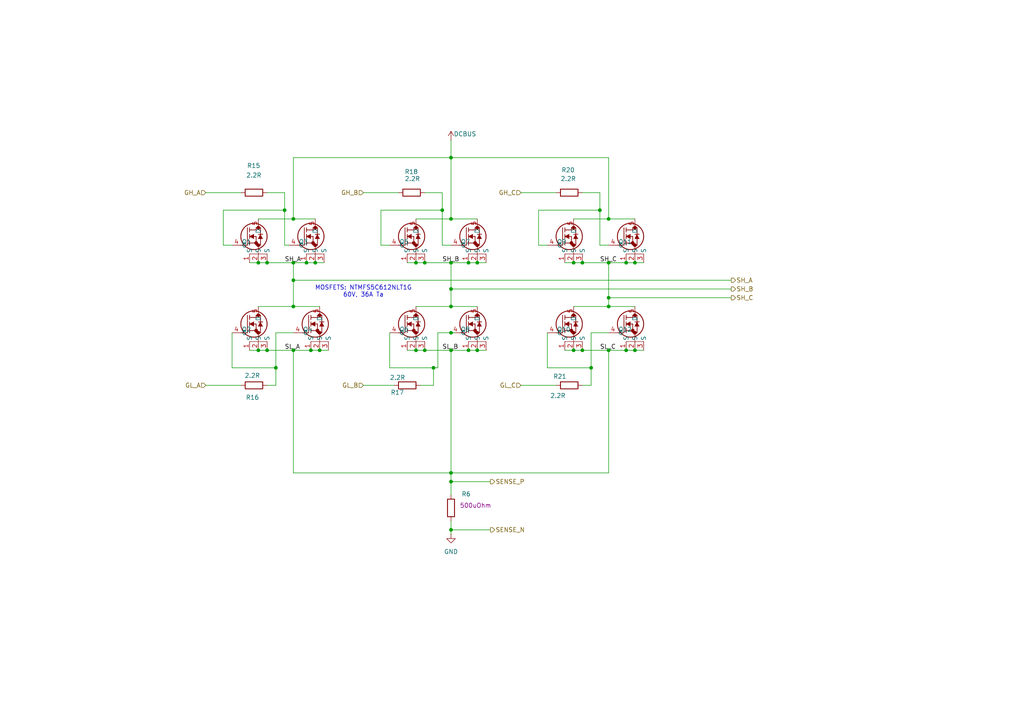
<source format=kicad_sch>
(kicad_sch (version 20231120) (generator "eeschema") (generator_version "8.0")
  (paper "A4")
  (junction (at 74.93 76.2))
  (junction (at 130.81 83.82))
  (junction (at 181.61 76.2))
  (junction (at 85.09 88.9))
  (junction (at 77.47 101.6))
  (junction (at 135.89 76.2))
  (junction (at 128.27 60.96))
  (junction (at 85.09 81.28))
  (junction (at 130.81 139.7))
  (junction (at 85.09 76.2))
  (junction (at 130.81 63.5))
  (junction (at 85.09 63.5))
  (junction (at 138.43 101.6))
  (junction (at 166.37 76.2))
  (junction (at 173.99 60.96))
  (junction (at 80.01 106.68))
  (junction (at 85.09 101.6))
  (junction (at 123.19 76.2))
  (junction (at 74.93 101.6))
  (junction (at 176.53 76.2))
  (junction (at 135.89 101.6))
  (junction (at 130.81 153.67))
  (junction (at 184.15 76.2))
  (junction (at 130.81 45.72))
  (junction (at 77.47 76.2))
  (junction (at 91.44 76.2))
  (junction (at 171.45 106.68))
  (junction (at 130.81 137.16))
  (junction (at 138.43 76.2))
  (junction (at 176.53 86.36))
  (junction (at 82.55 60.96))
  (junction (at 125.73 106.68))
  (junction (at 120.65 76.2))
  (junction (at 166.37 101.6))
  (junction (at 184.15 101.6))
  (junction (at 176.53 101.6))
  (junction (at 90.17 101.6))
  (junction (at 130.81 101.6))
  (junction (at 168.91 76.2))
  (junction (at 130.81 76.2))
  (junction (at 168.91 101.6))
  (junction (at 88.9 76.2))
  (junction (at 120.65 101.6))
  (junction (at 130.81 96.52))
  (junction (at 181.61 101.6))
  (junction (at 176.53 63.5))
  (junction (at 92.71 101.6))
  (junction (at 130.81 88.9))
  (junction (at 176.53 88.9))
  (junction (at 123.19 101.6))
  (wire (pts (xy 176.53 101.6) (xy 176.53 137.16)))
  (wire (pts (xy 130.81 88.9) (xy 138.43 88.9)))
  (wire (pts (xy 130.81 101.6) (xy 130.81 137.16)))
  (wire (pts (xy 83.82 71.12) (xy 82.55 71.12)))
  (wire (pts (xy 130.81 139.7) (xy 130.81 143.51)))
  (wire (pts (xy 90.17 101.6) (xy 92.71 101.6)))
  (wire (pts (xy 125.73 111.76) (xy 125.73 106.68)))
  (wire (pts (xy 130.81 45.72) (xy 176.53 45.72)))
  (wire (pts (xy 118.11 76.2) (xy 120.65 76.2)))
  (wire (pts (xy 130.81 154.94) (xy 130.81 153.67)))
  (wire (pts (xy 128.27 60.96) (xy 110.49 60.96)))
  (wire (pts (xy 91.44 76.2) (xy 93.98 76.2)))
  (wire (pts (xy 74.93 63.5) (xy 85.09 63.5)))
  (wire (pts (xy 176.53 63.5) (xy 184.15 63.5)))
  (wire (pts (xy 120.65 101.6) (xy 123.19 101.6)))
  (wire (pts (xy 130.81 63.5) (xy 138.43 63.5)))
  (wire (pts (xy 88.9 76.2) (xy 91.44 76.2)))
  (wire (pts (xy 168.91 111.76) (xy 171.45 111.76)))
  (wire (pts (xy 128.27 55.88) (xy 128.27 60.96)))
  (wire (pts (xy 168.91 101.6) (xy 176.53 101.6)))
  (wire (pts (xy 72.39 76.2) (xy 74.93 76.2)))
  (wire (pts (xy 130.81 76.2) (xy 135.89 76.2)))
  (wire (pts (xy 166.37 63.5) (xy 176.53 63.5)))
  (wire (pts (xy 77.47 111.76) (xy 80.01 111.76)))
  (wire (pts (xy 176.53 76.2) (xy 181.61 76.2)))
  (wire (pts (xy 67.31 106.68) (xy 80.01 106.68)))
  (wire (pts (xy 67.31 96.52) (xy 67.31 106.68)))
  (wire (pts (xy 130.81 83.82) (xy 130.81 88.9)))
  (wire (pts (xy 173.99 55.88) (xy 173.99 60.96)))
  (wire (pts (xy 173.99 71.12) (xy 173.99 60.96)))
  (wire (pts (xy 138.43 101.6) (xy 140.97 101.6)))
  (wire (pts (xy 85.09 88.9) (xy 92.71 88.9)))
  (wire (pts (xy 151.13 55.88) (xy 161.29 55.88)))
  (wire (pts (xy 156.21 60.96) (xy 156.21 71.12)))
  (wire (pts (xy 166.37 76.2) (xy 168.91 76.2)))
  (wire (pts (xy 85.09 76.2) (xy 85.09 81.28)))
  (wire (pts (xy 80.01 106.68) (xy 80.01 96.52)))
  (wire (pts (xy 105.41 111.76) (xy 114.3 111.76)))
  (wire (pts (xy 110.49 60.96) (xy 110.49 71.12)))
  (wire (pts (xy 130.81 153.67) (xy 130.81 151.13)))
  (wire (pts (xy 82.55 60.96) (xy 64.77 60.96)))
  (wire (pts (xy 85.09 63.5) (xy 91.44 63.5)))
  (wire (pts (xy 176.53 86.36) (xy 212.09 86.36)))
  (wire (pts (xy 74.93 88.9) (xy 85.09 88.9)))
  (wire (pts (xy 184.15 101.6) (xy 186.69 101.6)))
  (wire (pts (xy 130.81 83.82) (xy 212.09 83.82)))
  (wire (pts (xy 176.53 45.72) (xy 176.53 63.5)))
  (wire (pts (xy 181.61 76.2) (xy 184.15 76.2)))
  (wire (pts (xy 82.55 55.88) (xy 82.55 60.96)))
  (wire (pts (xy 138.43 76.2) (xy 140.97 76.2)))
  (wire (pts (xy 85.09 81.28) (xy 212.09 81.28)))
  (wire (pts (xy 113.03 106.68) (xy 125.73 106.68)))
  (wire (pts (xy 130.81 45.72) (xy 130.81 40.64)))
  (wire (pts (xy 120.65 63.5) (xy 130.81 63.5)))
  (wire (pts (xy 130.81 76.2) (xy 130.81 83.82)))
  (wire (pts (xy 74.93 76.2) (xy 77.47 76.2)))
  (wire (pts (xy 113.03 96.52) (xy 113.03 106.68)))
  (wire (pts (xy 92.71 101.6) (xy 95.25 101.6)))
  (wire (pts (xy 181.61 101.6) (xy 184.15 101.6)))
  (wire (pts (xy 77.47 101.6) (xy 85.09 101.6)))
  (wire (pts (xy 163.83 101.6) (xy 166.37 101.6)))
  (wire (pts (xy 130.81 139.7) (xy 142.24 139.7)))
  (wire (pts (xy 171.45 111.76) (xy 171.45 106.68)))
  (wire (pts (xy 176.53 88.9) (xy 184.15 88.9)))
  (wire (pts (xy 118.11 101.6) (xy 120.65 101.6)))
  (wire (pts (xy 120.65 76.2) (xy 123.19 76.2)))
  (wire (pts (xy 123.19 55.88) (xy 128.27 55.88)))
  (wire (pts (xy 85.09 137.16) (xy 130.81 137.16)))
  (wire (pts (xy 80.01 96.52) (xy 85.09 96.52)))
  (wire (pts (xy 82.55 71.12) (xy 82.55 60.96)))
  (wire (pts (xy 121.92 111.76) (xy 125.73 111.76)))
  (wire (pts (xy 130.81 137.16) (xy 176.53 137.16)))
  (wire (pts (xy 168.91 55.88) (xy 173.99 55.88)))
  (wire (pts (xy 127 106.68) (xy 125.73 106.68)))
  (wire (pts (xy 80.01 106.68) (xy 80.01 111.76)))
  (wire (pts (xy 59.69 55.88) (xy 69.85 55.88)))
  (wire (pts (xy 168.91 76.2) (xy 176.53 76.2)))
  (wire (pts (xy 74.93 101.6) (xy 77.47 101.6)))
  (wire (pts (xy 64.77 60.96) (xy 64.77 71.12)))
  (wire (pts (xy 77.47 55.88) (xy 82.55 55.88)))
  (wire (pts (xy 64.77 71.12) (xy 67.31 71.12)))
  (wire (pts (xy 130.81 96.52) (xy 132.08 96.52)))
  (wire (pts (xy 130.81 153.67) (xy 142.24 153.67)))
  (wire (pts (xy 77.47 76.2) (xy 85.09 76.2)))
  (wire (pts (xy 173.99 60.96) (xy 156.21 60.96)))
  (wire (pts (xy 123.19 76.2) (xy 130.81 76.2)))
  (wire (pts (xy 130.81 137.16) (xy 130.81 139.7)))
  (wire (pts (xy 85.09 81.28) (xy 85.09 88.9)))
  (wire (pts (xy 135.89 76.2) (xy 138.43 76.2)))
  (wire (pts (xy 135.89 101.6) (xy 138.43 101.6)))
  (wire (pts (xy 171.45 96.52) (xy 176.53 96.52)))
  (wire (pts (xy 85.09 101.6) (xy 90.17 101.6)))
  (wire (pts (xy 184.15 76.2) (xy 186.69 76.2)))
  (wire (pts (xy 158.75 96.52) (xy 158.75 106.68)))
  (wire (pts (xy 130.81 71.12) (xy 128.27 71.12)))
  (wire (pts (xy 85.09 63.5) (xy 85.09 45.72)))
  (wire (pts (xy 128.27 71.12) (xy 128.27 60.96)))
  (wire (pts (xy 123.19 101.6) (xy 130.81 101.6)))
  (wire (pts (xy 130.81 101.6) (xy 135.89 101.6)))
  (wire (pts (xy 127 106.68) (xy 127 96.52)))
  (wire (pts (xy 158.75 106.68) (xy 171.45 106.68)))
  (wire (pts (xy 171.45 106.68) (xy 171.45 96.52)))
  (wire (pts (xy 85.09 101.6) (xy 85.09 137.16)))
  (wire (pts (xy 166.37 88.9) (xy 176.53 88.9)))
  (wire (pts (xy 85.09 45.72) (xy 130.81 45.72)))
  (wire (pts (xy 72.39 101.6) (xy 74.93 101.6)))
  (wire (pts (xy 151.13 111.76) (xy 161.29 111.76)))
  (wire (pts (xy 163.83 76.2) (xy 166.37 76.2)))
  (wire (pts (xy 156.21 71.12) (xy 158.75 71.12)))
  (wire (pts (xy 59.69 111.76) (xy 69.85 111.76)))
  (wire (pts (xy 110.49 71.12) (xy 113.03 71.12)))
  (wire (pts (xy 176.53 76.2) (xy 176.53 86.36)))
  (wire (pts (xy 120.65 88.9) (xy 130.81 88.9)))
  (wire (pts (xy 85.09 76.2) (xy 88.9 76.2)))
  (wire (pts (xy 176.53 71.12) (xy 173.99 71.12)))
  (wire (pts (xy 127 96.52) (xy 130.81 96.52)))
  (wire (pts (xy 166.37 101.6) (xy 168.91 101.6)))
  (wire (pts (xy 176.53 101.6) (xy 181.61 101.6)))
  (wire (pts (xy 105.41 55.88) (xy 115.57 55.88)))
  (wire (pts (xy 176.53 86.36) (xy 176.53 88.9)))
  (wire (pts (xy 130.81 45.72) (xy 130.81 63.5)))
  (text "MOSFETS: NTMFS5C612NLT1G\n60V, 36A Ta" (at 105.41 86.36 0) (effects (font (size 1.27 1.27)) (justify bottom)))
  (label "SL_C" (at 173.99 101.6 0))
  (label "SH_B" (at 128.27 76.2 0))
  (label "SL_A" (at 82.55 101.6 0))
  (label "SL_B" (at 128.27 101.6 0))
  (label "SH_C" (at 173.99 76.2 0))
  (label "SH_A" (at 82.55 76.2 0))
  (hierarchical_label "GL_C" (shape input) (at 151.13 111.76 180))
  (hierarchical_label "GL_B" (shape input) (at 105.41 111.76 180))
  (hierarchical_label "GH_B" (shape input) (at 105.41 55.88 180))
  (hierarchical_label "GL_A" (shape input) (at 59.69 111.76 180))
  (hierarchical_label "SH_A" (shape output) (at 212.09 81.28 0))
  (hierarchical_label "GH_C" (shape input) (at 151.13 55.88 180))
  (hierarchical_label "SH_B" (shape output) (at 212.09 83.82 0))
  (hierarchical_label "SH_C" (shape output) (at 212.09 86.36 0))
  (hierarchical_label "GH_A" (shape input) (at 59.69 55.88 180))
  (hierarchical_label "SENSE_N" (shape output) (at 142.24 153.67 0))
  (hierarchical_label "SENSE_P" (shape output) (at 142.24 139.7 0))
  (symbol (lib_id "2024-07-02_05-47-45:NTMFS5C612NLT1G") (at 67.31 71.12 0) (unit 1)
    (property "Reference" "Q1" (at 70.104 70.866 0) (effects (justify left bottom)))
    (property "Footprint" "DFN_2NLT1G_ONS" (effects (hide yes)))
    (property "Datasheet" "NTMFS5C612NLT1G" (effects (hide yes)))
    (property "Description" "MOSFET N-CH 30V 13A SO8FL" (effects (hide yes)))
    (property "SUPPLIER 1" "Digi-Key" (effects (hide yes)))
    (property "SUPPLIER PART NUMBER 1" "NTMFS4935NT1GOSCT-ND" (effects (hide yes)))
    (property "MANUFACTURER" "ON Semiconductor" (effects (hide yes)))
    (property "ROHS" "RoHS Compliant" (effects (hide yes)))
    (property "CATEGORY" "Discrete Semiconductor Products" (effects (hide yes)))
    (property "STOCK 1" "932" (effects (hide yes)))
    (property "PRICING 1" "1=0.61, 10=0.541, 100=0.4145, 500=0.3277 (USD)" (effects (hide yes)))
    (property "PACKAGING" "Cut Tape (CT)" (effects (hide yes)))
    (property "PART STATUS" "Active" (effects (hide yes)))
    (property "FET TYPE" "N-Channel" (effects (hide yes)))
    (property "TECHNOLOGY" "MOSFET (Metal Oxide)" (effects (hide yes)))
    (property "DRAIN TO SOURCE VOLTAGE (VDSS)" "30V" (effects (hide yes)))
    (property "CURRENT - CONTINUOUS DRAIN (ID) @ 25°C" "13A (Ta), 93A (Tc)" (effects (hide yes)))
    (property "DRIVE VOLTAGE (MAX RDS ON,  MIN RDS ON)" "4.5V, 10V" (effects (hide yes)))
    (property "VGS(TH) (MAX) @ ID" "2.2V @ 250µA" (effects (hide yes)))
    (property "GATE CHARGE (QG) (MAX) @ VGS" "49.4nC @ 10V" (effects (hide yes)))
    (property "INPUT CAPACITANCE (CISS) (MAX) @ VDS" "4850pF @ 15V" (effects (hide yes)))
    (property "VGS (MAX)" "±20V" (effects (hide yes)))
    (property "FET FEATURE" "-" (effects (hide yes)))
    (property "POWER DISSIPATION (MAX)" "930mW (Ta), 48W (Tc)" (effects (hide yes)))
    (property "RDS ON (MAX) @ ID, VGS" "3.2 mOhm @ 30A, 10V" (effects (hide yes)))
    (property "OPERATING TEMPERATURE" "-55°C ~ 150°C (TJ)" (effects (hide yes)))
    (property "MOUNTING TYPE" "Surface Mount" (effects (hide yes)))
    (property "SUPPLIER DEVICE PACKAGE" "5-DFN (5x6) (8-SOFL)" (effects (hide yes)))
    (property "PACKAGE / CASE" "8-PowerTDFN, 5 Leads" (effects (hide yes)))
    (property "COMPONENTLINK1URL" "http://www.onsemi.com/pub_link/Collateral/NTMFS4935N-D.PDF" (effects (hide yes)))
    (property "COMPONENTLINK1DESCRIPTION" "http://www.onsemi.com/pub_link/Collateral/NTMFS4935N-D.PDF" (effects (hide yes)))
    (property "MANUFACTURER PART NUMBER" "NTMFS4935NT1G" (effects (hide yes)))
  )
  (symbol (lib_id "2024-07-02_05-47-45:NTMFS5C612NLT1G") (at 85.09 96.52 0) (unit 1)
    (property "Reference" "Q4" (at 87.884 96.266 0) (effects (justify left bottom)))
    (property "Footprint" "DFN_2NLT1G_ONS" (effects (hide yes)))
    (property "Datasheet" "NTMFS5C612NLT1G" (effects (hide yes)))
    (property "Description" "MOSFET N-CH 30V 13A SO8FL" (effects (hide yes)))
    (property "SUPPLIER 1" "Digi-Key" (effects (hide yes)))
    (property "SUPPLIER PART NUMBER 1" "NTMFS4935NT1GOSCT-ND" (effects (hide yes)))
    (property "MANUFACTURER" "ON Semiconductor" (effects (hide yes)))
    (property "ROHS" "RoHS Compliant" (effects (hide yes)))
    (property "CATEGORY" "Discrete Semiconductor Products" (effects (hide yes)))
    (property "STOCK 1" "932" (effects (hide yes)))
    (property "PRICING 1" "1=0.61, 10=0.541, 100=0.4145, 500=0.3277 (USD)" (effects (hide yes)))
    (property "PACKAGING" "Cut Tape (CT)" (effects (hide yes)))
    (property "PART STATUS" "Active" (effects (hide yes)))
    (property "FET TYPE" "N-Channel" (effects (hide yes)))
    (property "TECHNOLOGY" "MOSFET (Metal Oxide)" (effects (hide yes)))
    (property "DRAIN TO SOURCE VOLTAGE (VDSS)" "30V" (effects (hide yes)))
    (property "CURRENT - CONTINUOUS DRAIN (ID) @ 25°C" "13A (Ta), 93A (Tc)" (effects (hide yes)))
    (property "DRIVE VOLTAGE (MAX RDS ON,  MIN RDS ON)" "4.5V, 10V" (effects (hide yes)))
    (property "VGS(TH) (MAX) @ ID" "2.2V @ 250µA" (effects (hide yes)))
    (property "GATE CHARGE (QG) (MAX) @ VGS" "49.4nC @ 10V" (effects (hide yes)))
    (property "INPUT CAPACITANCE (CISS) (MAX) @ VDS" "4850pF @ 15V" (effects (hide yes)))
    (property "VGS (MAX)" "±20V" (effects (hide yes)))
    (property "FET FEATURE" "-" (effects (hide yes)))
    (property "POWER DISSIPATION (MAX)" "930mW (Ta), 48W (Tc)" (effects (hide yes)))
    (property "RDS ON (MAX) @ ID, VGS" "3.2 mOhm @ 30A, 10V" (effects (hide yes)))
    (property "OPERATING TEMPERATURE" "-55°C ~ 150°C (TJ)" (effects (hide yes)))
    (property "MOUNTING TYPE" "Surface Mount" (effects (hide yes)))
    (property "SUPPLIER DEVICE PACKAGE" "5-DFN (5x6) (8-SOFL)" (effects (hide yes)))
    (property "PACKAGE / CASE" "8-PowerTDFN, 5 Leads" (effects (hide yes)))
    (property "COMPONENTLINK1URL" "http://www.onsemi.com/pub_link/Collateral/NTMFS4935N-D.PDF" (effects (hide yes)))
    (property "COMPONENTLINK1DESCRIPTION" "http://www.onsemi.com/pub_link/Collateral/NTMFS4935N-D.PDF" (effects (hide yes)))
    (property "MANUFACTURER PART NUMBER" "NTMFS4935NT1G" (effects (hide yes)))
    (property "Sim.Device" "NMOS" (effects (hide yes)))
    (property "Sim.Type" "VDMOS" (effects (hide yes)))
    (property "Sim.Pins" "1=D 2=G 3=S" (effects (hide yes)))
  )
  (symbol (lib_id "2024-07-02_05-47-45:NTMFS5C612NLT1G") (at 176.53 71.12 0) (unit 1)
    (property "Reference" "Q11" (at 179.324 70.866 0) (effects (justify left bottom)))
    (property "Footprint" "DFN_2NLT1G_ONS" (effects (hide yes)))
    (property "Datasheet" "NTMFS5C612NLT1G" (effects (hide yes)))
    (property "Description" "MOSFET N-CH 30V 13A SO8FL" (effects (hide yes)))
    (property "SUPPLIER 1" "Digi-Key" (effects (hide yes)))
    (property "SUPPLIER PART NUMBER 1" "NTMFS4935NT1GOSCT-ND" (effects (hide yes)))
    (property "MANUFACTURER" "ON Semiconductor" (effects (hide yes)))
    (property "ROHS" "RoHS Compliant" (effects (hide yes)))
    (property "CATEGORY" "Discrete Semiconductor Products" (effects (hide yes)))
    (property "STOCK 1" "932" (effects (hide yes)))
    (property "PRICING 1" "1=0.61, 10=0.541, 100=0.4145, 500=0.3277 (USD)" (effects (hide yes)))
    (property "PACKAGING" "Cut Tape (CT)" (effects (hide yes)))
    (property "PART STATUS" "Active" (effects (hide yes)))
    (property "FET TYPE" "N-Channel" (effects (hide yes)))
    (property "TECHNOLOGY" "MOSFET (Metal Oxide)" (effects (hide yes)))
    (property "DRAIN TO SOURCE VOLTAGE (VDSS)" "30V" (effects (hide yes)))
    (property "CURRENT - CONTINUOUS DRAIN (ID) @ 25°C" "13A (Ta), 93A (Tc)" (effects (hide yes)))
    (property "DRIVE VOLTAGE (MAX RDS ON,  MIN RDS ON)" "4.5V, 10V" (effects (hide yes)))
    (property "VGS(TH) (MAX) @ ID" "2.2V @ 250µA" (effects (hide yes)))
    (property "GATE CHARGE (QG) (MAX) @ VGS" "49.4nC @ 10V" (effects (hide yes)))
    (property "INPUT CAPACITANCE (CISS) (MAX) @ VDS" "4850pF @ 15V" (effects (hide yes)))
    (property "VGS (MAX)" "±20V" (effects (hide yes)))
    (property "FET FEATURE" "-" (effects (hide yes)))
    (property "POWER DISSIPATION (MAX)" "930mW (Ta), 48W (Tc)" (effects (hide yes)))
    (property "RDS ON (MAX) @ ID, VGS" "3.2 mOhm @ 30A, 10V" (effects (hide yes)))
    (property "OPERATING TEMPERATURE" "-55°C ~ 150°C (TJ)" (effects (hide yes)))
    (property "MOUNTING TYPE" "Surface Mount" (effects (hide yes)))
    (property "SUPPLIER DEVICE PACKAGE" "5-DFN (5x6) (8-SOFL)" (effects (hide yes)))
    (property "PACKAGE / CASE" "8-PowerTDFN, 5 Leads" (effects (hide yes)))
    (property "COMPONENTLINK1URL" "http://www.onsemi.com/pub_link/Collateral/NTMFS4935N-D.PDF" (effects (hide yes)))
    (property "COMPONENTLINK1DESCRIPTION" "http://www.onsemi.com/pub_link/Collateral/NTMFS4935N-D.PDF" (effects (hide yes)))
    (property "MANUFACTURER PART NUMBER" "NTMFS4935NT1G" (effects (hide yes)))
  )
  (symbol (lib_id "Device:R") (at 165.1 111.76 90) (unit 1)
    (property "Reference" "R21" (at 164.338 108.458 90) (effects (justify left bottom)))
    (property "Value" "2.2R" (at 164.084 114.046 90) (effects (justify left bottom)))
    (property "Footprint" "Resistor_SMD:R_0603_1608Metric" (effects (hide yes)))
    (property "Description" "RES SMD 2.2 OHM 1% 1/10W 0603" (effects (hide yes)))
    (property "SUPPLIER 1" "Digi-Key" (effects (hide yes)))
    (property "SUPPLIER PART NUMBER 1" "311-2.2HRCT-ND" (effects (hide yes)))
    (property "MANUFACTURER" "Yageo" (effects (hide yes)))
    (property "MANUFACTURER PART NUMBER" "RC0603FR-072R2L" (effects (hide yes)))
    (property "ROHS" "RoHS Compliant" (effects (hide yes)))
    (property "CATEGORY" "Resistors" (effects (hide yes)))
    (property "STOCK 1" "16531" (effects (hide yes)))
    (property "PRICING 1" "1=0.1, 10=0.02, 25=0.0144, 100=0.0082, 250=0.00624, 500=0.00498, 1000=0.00367, 2500=0.00319 (USD)" (effects (hide yes)))
    (property "PACKAGING" "Cut Tape (CT)" (effects (hide yes)))
    (property "RESISTANCE (OHMS)" "2.2" (effects (hide yes)))
    (property "TOLERANCE" "±1%" (effects (hide yes)))
    (property "POWER (WATTS)" "0.1W, 1/10W" (effects (hide yes)))
    (property "COMPOSITION" "Thick Film" (effects (hide yes)))
    (property "FEATURES" "Moisture Resistant" (effects (hide yes)))
    (property "TEMPERATURE COEFFICIENT" "±200ppm/°C" (effects (hide yes)))
    (property "OPERATING TEMPERATURE" "-55°C ~ 155°C" (effects (hide yes)))
    (property "PACKAGE / CASE" "0603 (1608 Metric)" (effects (hide yes)))
    (property "SUPPLIER DEVICE PACKAGE" "0603" (effects (hide yes)))
    (property "SIZE / DIMENSION" "0.063\" L x 0.031\" W (1.60mm x 0.80mm)" (effects (hide yes)))
    (property "HEIGHT" "0.022\" (0.55mm)" (effects (hide yes)))
    (property "NUMBER OF TERMINATIONS" "2" (effects (hide yes)))
    (property "COMPONENTLINK1URL" "http://www.yageo.com/documents/recent/PYu-RC_Group_51_RoHS_L_04.pdf" (effects (hide yes)))
    (property "COMPONENTLINK1DESCRIPTION" "http://www.yageo.com/documents/recent/PYu-RC_Group_51_RoHS_L_04.pdf" (effects (hide yes)))
  )
  (symbol (lib_id "Device:R") (at 130.81 147.32 0) (unit 1)
    (property "Reference" "R6" (at 133.858 144.018 0) (effects (justify left bottom)))
    (property "Value" "500uOhm" (effects (hide yes)))
    (property "Footprint" "Resistor_SMD:R_2512_6332Metric" (effects (hide yes)))
    (property "Description" "RES SMD 0.0005 OHM 1% 3W 2512" (effects (hide yes)))
    (property "ALTIUM_VALUE" "500uOhm" (at 133.35 147.32 0) (effects (justify left bottom)))
    (property "SUPPLIER 1" "Digi-Key" (effects (hide yes)))
    (property "SUPPLIER PART NUMBER 1" "696-1183-2-ND" (effects (hide yes)))
    (property "MANUFACTURER" "Riedon" (effects (hide yes)))
    (property "ROHS" "RoHS Compliant" (effects (hide yes)))
    (property "CATEGORY" "Resistors" (effects (hide yes)))
    (property "STOCK" "2000" (effects (hide yes)))
    (property "PRICING 1" "2000=0.19817, 6000=0.1937, 10000=0.187, 50000=0.18148 (USD)" (effects (hide yes)))
    (property "PACKAGING" "Tape & Reel (TR)" (effects (hide yes)))
    (property "PART STATUS" "Active" (effects (hide yes)))
    (property "TOLERANCE" "±1%" (effects (hide yes)))
    (property "POWER (WATTS)" "3W" (effects (hide yes)))
    (property "COMPOSITION" "Metal Element" (effects (hide yes)))
    (property "FEATURES" "Current Sense" (effects (hide yes)))
    (property "TEMPERATURE COEFFICIENT" "±100ppm/°C" (effects (hide yes)))
    (property "OPERATING TEMPERATURE" "-55°C ~ 170°C" (effects (hide yes)))
    (property "PACKAGE / CASE" "2512 (6432 Metric)" (effects (hide yes)))
    (property "SUPPLIER DEVICE PACKAGE" "2512" (effects (hide yes)))
    (property "SIZE / DIMENSION" "0.250\" L x 0.118\" W (6.35mm x 3.00mm)" (effects (hide yes)))
    (property "HEIGHT - SEATED (MAX)" "0.057\" (1.45mm)" (effects (hide yes)))
    (property "FAILURE RATE" "-" (effects (hide yes)))
    (property "COMPONENTLINK1URL" "http://riedon.com/media/pdf/CSR.pdf" (effects (hide yes)))
    (property "COMPONENTLINK1DESCRIPTION" "http://riedon.com/media/pdf/CSR.pdf" (effects (hide yes)))
    (property "SUPPLIER 2" "Digi-Key" (effects (hide yes)))
    (property "SUPPLIER PART NUMBER 2" "696-1183-1-ND" (effects (hide yes)))
    (property "PRICING 2" "1=0.69, 10=0.574, 25=0.4916, 50=0.4426, 100=0.3852, 250=0.3442, 500=0.27864, 1000=0.22536 (USD)" (effects (hide yes)))
    (property "MANUFACTURER PART NUMBER" "CSR2512C0R0005F" (effects (hide yes)))
  )
  (symbol (lib_id "Device:R") (at 165.1 55.88 270) (unit 1)
    (property "Reference" "R20" (at 162.814 50.038 90) (effects (justify left bottom)))
    (property "Value" "2.2R" (at 162.56 52.578 90) (effects (justify left bottom)))
    (property "Footprint" "Resistor_SMD:R_0603_1608Metric" (effects (hide yes)))
    (property "Description" "RES SMD 2.2 OHM 1% 1/10W 0603" (effects (hide yes)))
    (property "SUPPLIER 1" "Digi-Key" (effects (hide yes)))
    (property "SUPPLIER PART NUMBER 1" "311-2.2HRCT-ND" (effects (hide yes)))
    (property "MANUFACTURER" "Yageo" (effects (hide yes)))
    (property "MANUFACTURER PART NUMBER" "RC0603FR-072R2L" (effects (hide yes)))
    (property "ROHS" "RoHS Compliant" (effects (hide yes)))
    (property "CATEGORY" "Resistors" (effects (hide yes)))
    (property "STOCK 1" "16531" (effects (hide yes)))
    (property "PRICING 1" "1=0.1, 10=0.02, 25=0.0144, 100=0.0082, 250=0.00624, 500=0.00498, 1000=0.00367, 2500=0.00319 (USD)" (effects (hide yes)))
    (property "PACKAGING" "Cut Tape (CT)" (effects (hide yes)))
    (property "RESISTANCE (OHMS)" "2.2" (effects (hide yes)))
    (property "TOLERANCE" "±1%" (effects (hide yes)))
    (property "POWER (WATTS)" "0.1W, 1/10W" (effects (hide yes)))
    (property "COMPOSITION" "Thick Film" (effects (hide yes)))
    (property "FEATURES" "Moisture Resistant" (effects (hide yes)))
    (property "TEMPERATURE COEFFICIENT" "±200ppm/°C" (effects (hide yes)))
    (property "OPERATING TEMPERATURE" "-55°C ~ 155°C" (effects (hide yes)))
    (property "PACKAGE / CASE" "0603 (1608 Metric)" (effects (hide yes)))
    (property "SUPPLIER DEVICE PACKAGE" "0603" (effects (hide yes)))
    (property "SIZE / DIMENSION" "0.063\" L x 0.031\" W (1.60mm x 0.80mm)" (effects (hide yes)))
    (property "HEIGHT" "0.022\" (0.55mm)" (effects (hide yes)))
    (property "NUMBER OF TERMINATIONS" "2" (effects (hide yes)))
    (property "COMPONENTLINK1URL" "http://www.yageo.com/documents/recent/PYu-RC_Group_51_RoHS_L_04.pdf" (effects (hide yes)))
    (property "COMPONENTLINK1DESCRIPTION" "http://www.yageo.com/documents/recent/PYu-RC_Group_51_RoHS_L_04.pdf" (effects (hide yes)))
  )
  (symbol (lib_id "2024-07-02_05-47-45:NTMFS5C612NLT1G") (at 130.81 96.52 0) (unit 1)
    (property "Reference" "Q8" (at 133.604 96.266 0) (effects (justify left bottom)))
    (property "Footprint" "DFN_2NLT1G_ONS" (effects (hide yes)))
    (property "Datasheet" "NTMFS5C612NLT1G" (effects (hide yes)))
    (property "Description" "MOSFET N-CH 30V 13A SO8FL" (effects (hide yes)))
    (property "SUPPLIER 1" "Digi-Key" (effects (hide yes)))
    (property "SUPPLIER PART NUMBER 1" "NTMFS4935NT1GOSCT-ND" (effects (hide yes)))
    (property "MANUFACTURER" "ON Semiconductor" (effects (hide yes)))
    (property "ROHS" "RoHS Compliant" (effects (hide yes)))
    (property "CATEGORY" "Discrete Semiconductor Products" (effects (hide yes)))
    (property "STOCK 1" "932" (effects (hide yes)))
    (property "PRICING 1" "1=0.61, 10=0.541, 100=0.4145, 500=0.3277 (USD)" (effects (hide yes)))
    (property "PACKAGING" "Cut Tape (CT)" (effects (hide yes)))
    (property "PART STATUS" "Active" (effects (hide yes)))
    (property "FET TYPE" "N-Channel" (effects (hide yes)))
    (property "TECHNOLOGY" "MOSFET (Metal Oxide)" (effects (hide yes)))
    (property "DRAIN TO SOURCE VOLTAGE (VDSS)" "30V" (effects (hide yes)))
    (property "CURRENT - CONTINUOUS DRAIN (ID) @ 25°C" "13A (Ta), 93A (Tc)" (effects (hide yes)))
    (property "DRIVE VOLTAGE (MAX RDS ON,  MIN RDS ON)" "4.5V, 10V" (effects (hide yes)))
    (property "VGS(TH) (MAX) @ ID" "2.2V @ 250µA" (effects (hide yes)))
    (property "GATE CHARGE (QG) (MAX) @ VGS" "49.4nC @ 10V" (effects (hide yes)))
    (property "INPUT CAPACITANCE (CISS) (MAX) @ VDS" "4850pF @ 15V" (effects (hide yes)))
    (property "VGS (MAX)" "±20V" (effects (hide yes)))
    (property "FET FEATURE" "-" (effects (hide yes)))
    (property "POWER DISSIPATION (MAX)" "930mW (Ta), 48W (Tc)" (effects (hide yes)))
    (property "RDS ON (MAX) @ ID, VGS" "3.2 mOhm @ 30A, 10V" (effects (hide yes)))
    (property "OPERATING TEMPERATURE" "-55°C ~ 150°C (TJ)" (effects (hide yes)))
    (property "MOUNTING TYPE" "Surface Mount" (effects (hide yes)))
    (property "SUPPLIER DEVICE PACKAGE" "5-DFN (5x6) (8-SOFL)" (effects (hide yes)))
    (property "PACKAGE / CASE" "8-PowerTDFN, 5 Leads" (effects (hide yes)))
    (property "COMPONENTLINK1URL" "http://www.onsemi.com/pub_link/Collateral/NTMFS4935N-D.PDF" (effects (hide yes)))
    (property "COMPONENTLINK1DESCRIPTION" "http://www.onsemi.com/pub_link/Collateral/NTMFS4935N-D.PDF" (effects (hide yes)))
    (property "MANUFACTURER PART NUMBER" "NTMFS4935NT1G" (effects (hide yes)))
    (property "Sim.Device" "NMOS" (effects (hide yes)))
    (property "Sim.Type" "VDMOS" (effects (hide yes)))
    (property "Sim.Pins" "1=D 2=G 3=S" (effects (hide yes)))
  )
  (symbol (lib_id "Device:R") (at 73.66 55.88 270) (unit 1)
    (property "Reference" "R15" (at 71.628 48.768 90) (effects (justify left bottom)))
    (property "Value" "2.2R" (at 71.374 51.562 90) (effects (justify left bottom)))
    (property "Footprint" "Resistor_SMD:R_0603_1608Metric" (effects (hide yes)))
    (property "Description" "RES SMD 2.2 OHM 1% 1/10W 0603" (effects (hide yes)))
    (property "SUPPLIER 1" "Digi-Key" (effects (hide yes)))
    (property "SUPPLIER PART NUMBER 1" "311-2.2HRCT-ND" (effects (hide yes)))
    (property "MANUFACTURER" "Yageo" (effects (hide yes)))
    (property "MANUFACTURER PART NUMBER" "RC0603FR-072R2L" (effects (hide yes)))
    (property "ROHS" "RoHS Compliant" (effects (hide yes)))
    (property "CATEGORY" "Resistors" (effects (hide yes)))
    (property "STOCK 1" "16531" (effects (hide yes)))
    (property "PRICING 1" "1=0.1, 10=0.02, 25=0.0144, 100=0.0082, 250=0.00624, 500=0.00498, 1000=0.00367, 2500=0.00319 (USD)" (effects (hide yes)))
    (property "PACKAGING" "Cut Tape (CT)" (effects (hide yes)))
    (property "RESISTANCE (OHMS)" "2.2" (effects (hide yes)))
    (property "TOLERANCE" "±1%" (effects (hide yes)))
    (property "POWER (WATTS)" "0.1W, 1/10W" (effects (hide yes)))
    (property "COMPOSITION" "Thick Film" (effects (hide yes)))
    (property "FEATURES" "Moisture Resistant" (effects (hide yes)))
    (property "TEMPERATURE COEFFICIENT" "±200ppm/°C" (effects (hide yes)))
    (property "OPERATING TEMPERATURE" "-55°C ~ 155°C" (effects (hide yes)))
    (property "PACKAGE / CASE" "0603 (1608 Metric)" (effects (hide yes)))
    (property "SUPPLIER DEVICE PACKAGE" "0603" (effects (hide yes)))
    (property "SIZE / DIMENSION" "0.063\" L x 0.031\" W (1.60mm x 0.80mm)" (effects (hide yes)))
    (property "HEIGHT" "0.022\" (0.55mm)" (effects (hide yes)))
    (property "NUMBER OF TERMINATIONS" "2" (effects (hide yes)))
    (property "COMPONENTLINK1URL" "http://www.yageo.com/documents/recent/PYu-RC_Group_51_RoHS_L_04.pdf" (effects (hide yes)))
    (property "COMPONENTLINK1DESCRIPTION" "http://www.yageo.com/documents/recent/PYu-RC_Group_51_RoHS_L_04.pdf" (effects (hide yes)))
  )
  (symbol (lib_id "Device:R") (at 119.38 55.88 270) (unit 1)
    (property "Reference" "R18" (at 117.348 50.546 90) (effects (justify left bottom)))
    (property "Value" "2.2R" (at 117.348 52.578 90) (effects (justify left bottom)))
    (property "Footprint" "Resistor_SMD:R_0603_1608Metric" (effects (hide yes)))
    (property "Description" "RES SMD 2.2 OHM 1% 1/10W 0603" (effects (hide yes)))
    (property "SUPPLIER 1" "Digi-Key" (effects (hide yes)))
    (property "SUPPLIER PART NUMBER 1" "311-2.2HRCT-ND" (effects (hide yes)))
    (property "MANUFACTURER" "Yageo" (effects (hide yes)))
    (property "MANUFACTURER PART NUMBER" "RC0603FR-072R2L" (effects (hide yes)))
    (property "ROHS" "RoHS Compliant" (effects (hide yes)))
    (property "CATEGORY" "Resistors" (effects (hide yes)))
    (property "STOCK 1" "16531" (effects (hide yes)))
    (property "PRICING 1" "1=0.1, 10=0.02, 25=0.0144, 100=0.0082, 250=0.00624, 500=0.00498, 1000=0.00367, 2500=0.00319 (USD)" (effects (hide yes)))
    (property "PACKAGING" "Cut Tape (CT)" (effects (hide yes)))
    (property "RESISTANCE (OHMS)" "2.2" (effects (hide yes)))
    (property "TOLERANCE" "±1%" (effects (hide yes)))
    (property "POWER (WATTS)" "0.1W, 1/10W" (effects (hide yes)))
    (property "COMPOSITION" "Thick Film" (effects (hide yes)))
    (property "FEATURES" "Moisture Resistant" (effects (hide yes)))
    (property "TEMPERATURE COEFFICIENT" "±200ppm/°C" (effects (hide yes)))
    (property "OPERATING TEMPERATURE" "-55°C ~ 155°C" (effects (hide yes)))
    (property "PACKAGE / CASE" "0603 (1608 Metric)" (effects (hide yes)))
    (property "SUPPLIER DEVICE PACKAGE" "0603" (effects (hide yes)))
    (property "SIZE / DIMENSION" "0.063\" L x 0.031\" W (1.60mm x 0.80mm)" (effects (hide yes)))
    (property "HEIGHT" "0.022\" (0.55mm)" (effects (hide yes)))
    (property "NUMBER OF TERMINATIONS" "2" (effects (hide yes)))
    (property "COMPONENTLINK1URL" "http://www.yageo.com/documents/recent/PYu-RC_Group_51_RoHS_L_04.pdf" (effects (hide yes)))
    (property "COMPONENTLINK1DESCRIPTION" "http://www.yageo.com/documents/recent/PYu-RC_Group_51_RoHS_L_04.pdf" (effects (hide yes)))
  )
  (symbol (lib_id "2024-07-02_05-47-45:NTMFS5C612NLT1G") (at 113.03 71.12 0) (unit 1)
    (property "Reference" "Q5" (at 115.824 70.866 0) (effects (justify left bottom)))
    (property "Footprint" "DFN_2NLT1G_ONS" (effects (hide yes)))
    (property "Datasheet" "NTMFS5C612NLT1G" (effects (hide yes)))
    (property "Description" "MOSFET N-CH 30V 13A SO8FL" (effects (hide yes)))
    (property "SUPPLIER 1" "Digi-Key" (effects (hide yes)))
    (property "SUPPLIER PART NUMBER 1" "NTMFS4935NT1GOSCT-ND" (effects (hide yes)))
    (property "MANUFACTURER" "ON Semiconductor" (effects (hide yes)))
    (property "ROHS" "RoHS Compliant" (effects (hide yes)))
    (property "CATEGORY" "Discrete Semiconductor Products" (effects (hide yes)))
    (property "STOCK 1" "932" (effects (hide yes)))
    (property "PRICING 1" "1=0.61, 10=0.541, 100=0.4145, 500=0.3277 (USD)" (effects (hide yes)))
    (property "PACKAGING" "Cut Tape (CT)" (effects (hide yes)))
    (property "PART STATUS" "Active" (effects (hide yes)))
    (property "FET TYPE" "N-Channel" (effects (hide yes)))
    (property "TECHNOLOGY" "MOSFET (Metal Oxide)" (effects (hide yes)))
    (property "DRAIN TO SOURCE VOLTAGE (VDSS)" "30V" (effects (hide yes)))
    (property "CURRENT - CONTINUOUS DRAIN (ID) @ 25°C" "13A (Ta), 93A (Tc)" (effects (hide yes)))
    (property "DRIVE VOLTAGE (MAX RDS ON,  MIN RDS ON)" "4.5V, 10V" (effects (hide yes)))
    (property "VGS(TH) (MAX) @ ID" "2.2V @ 250µA" (effects (hide yes)))
    (property "GATE CHARGE (QG) (MAX) @ VGS" "49.4nC @ 10V" (effects (hide yes)))
    (property "INPUT CAPACITANCE (CISS) (MAX) @ VDS" "4850pF @ 15V" (effects (hide yes)))
    (property "VGS (MAX)" "±20V" (effects (hide yes)))
    (property "FET FEATURE" "-" (effects (hide yes)))
    (property "POWER DISSIPATION (MAX)" "930mW (Ta), 48W (Tc)" (effects (hide yes)))
    (property "RDS ON (MAX) @ ID, VGS" "3.2 mOhm @ 30A, 10V" (effects (hide yes)))
    (property "OPERATING TEMPERATURE" "-55°C ~ 150°C (TJ)" (effects (hide yes)))
    (property "MOUNTING TYPE" "Surface Mount" (effects (hide yes)))
    (property "SUPPLIER DEVICE PACKAGE" "5-DFN (5x6) (8-SOFL)" (effects (hide yes)))
    (property "PACKAGE / CASE" "8-PowerTDFN, 5 Leads" (effects (hide yes)))
    (property "COMPONENTLINK1URL" "http://www.onsemi.com/pub_link/Collateral/NTMFS4935N-D.PDF" (effects (hide yes)))
    (property "COMPONENTLINK1DESCRIPTION" "http://www.onsemi.com/pub_link/Collateral/NTMFS4935N-D.PDF" (effects (hide yes)))
    (property "MANUFACTURER PART NUMBER" "NTMFS4935NT1G" (effects (hide yes)))
  )
  (symbol (lib_id "Device:R") (at 73.66 111.76 90) (unit 1)
    (property "Reference" "R16" (at 75.184 114.554 90) (effects (justify left bottom)))
    (property "Value" "2.2R" (at 75.438 108.204 90) (effects (justify left bottom)))
    (property "Footprint" "Resistor_SMD:R_0603_1608Metric" (effects (hide yes)))
    (property "Description" "RES SMD 2.2 OHM 1% 1/10W 0603" (effects (hide yes)))
    (property "SUPPLIER 1" "Digi-Key" (effects (hide yes)))
    (property "SUPPLIER PART NUMBER 1" "311-2.2HRCT-ND" (effects (hide yes)))
    (property "MANUFACTURER" "Yageo" (effects (hide yes)))
    (property "MANUFACTURER PART NUMBER" "RC0603FR-072R2L" (effects (hide yes)))
    (property "ROHS" "RoHS Compliant" (effects (hide yes)))
    (property "CATEGORY" "Resistors" (effects (hide yes)))
    (property "STOCK 1" "16531" (effects (hide yes)))
    (property "PRICING 1" "1=0.1, 10=0.02, 25=0.0144, 100=0.0082, 250=0.00624, 500=0.00498, 1000=0.00367, 2500=0.00319 (USD)" (effects (hide yes)))
    (property "PACKAGING" "Cut Tape (CT)" (effects (hide yes)))
    (property "RESISTANCE (OHMS)" "2.2" (effects (hide yes)))
    (property "TOLERANCE" "±1%" (effects (hide yes)))
    (property "POWER (WATTS)" "0.1W, 1/10W" (effects (hide yes)))
    (property "COMPOSITION" "Thick Film" (effects (hide yes)))
    (property "FEATURES" "Moisture Resistant" (effects (hide yes)))
    (property "TEMPERATURE COEFFICIENT" "±200ppm/°C" (effects (hide yes)))
    (property "OPERATING TEMPERATURE" "-55°C ~ 155°C" (effects (hide yes)))
    (property "PACKAGE / CASE" "0603 (1608 Metric)" (effects (hide yes)))
    (property "SUPPLIER DEVICE PACKAGE" "0603" (effects (hide yes)))
    (property "SIZE / DIMENSION" "0.063\" L x 0.031\" W (1.60mm x 0.80mm)" (effects (hide yes)))
    (property "HEIGHT" "0.022\" (0.55mm)" (effects (hide yes)))
    (property "NUMBER OF TERMINATIONS" "2" (effects (hide yes)))
    (property "COMPONENTLINK1URL" "http://www.yageo.com/documents/recent/PYu-RC_Group_51_RoHS_L_04.pdf" (effects (hide yes)))
    (property "COMPONENTLINK1DESCRIPTION" "http://www.yageo.com/documents/recent/PYu-RC_Group_51_RoHS_L_04.pdf" (effects (hide yes)))
  )
  (symbol (lib_id "Device:R") (at 118.11 111.76 270) (unit 1)
    (property "Reference" "R17" (at 113.284 114.554 90) (effects (justify left bottom)))
    (property "Value" "2.2R" (at 113.03 110.236 90) (effects (justify left bottom)))
    (property "Footprint" "Resistor_SMD:R_0603_1608Metric" (effects (hide yes)))
    (property "Description" "RES SMD 2.2 OHM 1% 1/10W 0603" (effects (hide yes)))
    (property "SUPPLIER 1" "Digi-Key" (effects (hide yes)))
    (property "SUPPLIER PART NUMBER 1" "311-2.2HRCT-ND" (effects (hide yes)))
    (property "MANUFACTURER" "Yageo" (effects (hide yes)))
    (property "MANUFACTURER PART NUMBER" "RC0603FR-072R2L" (effects (hide yes)))
    (property "ROHS" "RoHS Compliant" (effects (hide yes)))
    (property "CATEGORY" "Resistors" (effects (hide yes)))
    (property "STOCK 1" "16531" (effects (hide yes)))
    (property "PRICING 1" "1=0.1, 10=0.02, 25=0.0144, 100=0.0082, 250=0.00624, 500=0.00498, 1000=0.00367, 2500=0.00319 (USD)" (effects (hide yes)))
    (property "PACKAGING" "Cut Tape (CT)" (effects (hide yes)))
    (property "RESISTANCE (OHMS)" "2.2" (effects (hide yes)))
    (property "TOLERANCE" "±1%" (effects (hide yes)))
    (property "POWER (WATTS)" "0.1W, 1/10W" (effects (hide yes)))
    (property "COMPOSITION" "Thick Film" (effects (hide yes)))
    (property "FEATURES" "Moisture Resistant" (effects (hide yes)))
    (property "TEMPERATURE COEFFICIENT" "±200ppm/°C" (effects (hide yes)))
    (property "OPERATING TEMPERATURE" "-55°C ~ 155°C" (effects (hide yes)))
    (property "PACKAGE / CASE" "0603 (1608 Metric)" (effects (hide yes)))
    (property "SUPPLIER DEVICE PACKAGE" "0603" (effects (hide yes)))
    (property "SIZE / DIMENSION" "0.063\" L x 0.031\" W (1.60mm x 0.80mm)" (effects (hide yes)))
    (property "HEIGHT" "0.022\" (0.55mm)" (effects (hide yes)))
    (property "NUMBER OF TERMINATIONS" "2" (effects (hide yes)))
    (property "COMPONENTLINK1URL" "http://www.yageo.com/documents/recent/PYu-RC_Group_51_RoHS_L_04.pdf" (effects (hide yes)))
    (property "COMPONENTLINK1DESCRIPTION" "http://www.yageo.com/documents/recent/PYu-RC_Group_51_RoHS_L_04.pdf" (effects (hide yes)))
  )
  (symbol (lib_id "power:GND") (at 130.81 154.94 0) (unit 1)
    (property "Reference" "#PWR045" (effects (hide yes)))
    (property "Value" "GND" (at 130.81 160.02 0))
    (property "Description" "Power symbol creates a global label with name \"GND\" , ground" (effects (hide yes)))
  )
  (symbol (lib_id "2024-07-02_05-47-45:NTMFS5C612NLT1G") (at 113.03 96.52 0) (unit 1)
    (property "Reference" "Q6" (at 115.824 96.266 0) (effects (justify left bottom)))
    (property "Footprint" "DFN_2NLT1G_ONS" (effects (hide yes)))
    (property "Datasheet" "NTMFS5C612NLT1G" (effects (hide yes)))
    (property "Description" "MOSFET N-CH 30V 13A SO8FL" (effects (hide yes)))
    (property "SUPPLIER 1" "Digi-Key" (effects (hide yes)))
    (property "SUPPLIER PART NUMBER 1" "NTMFS4935NT1GOSCT-ND" (effects (hide yes)))
    (property "MANUFACTURER" "ON Semiconductor" (effects (hide yes)))
    (property "ROHS" "RoHS Compliant" (effects (hide yes)))
    (property "CATEGORY" "Discrete Semiconductor Products" (effects (hide yes)))
    (property "STOCK 1" "932" (effects (hide yes)))
    (property "PRICING 1" "1=0.61, 10=0.541, 100=0.4145, 500=0.3277 (USD)" (effects (hide yes)))
    (property "PACKAGING" "Cut Tape (CT)" (effects (hide yes)))
    (property "PART STATUS" "Active" (effects (hide yes)))
    (property "FET TYPE" "N-Channel" (effects (hide yes)))
    (property "TECHNOLOGY" "MOSFET (Metal Oxide)" (effects (hide yes)))
    (property "DRAIN TO SOURCE VOLTAGE (VDSS)" "30V" (effects (hide yes)))
    (property "CURRENT - CONTINUOUS DRAIN (ID) @ 25°C" "13A (Ta), 93A (Tc)" (effects (hide yes)))
    (property "DRIVE VOLTAGE (MAX RDS ON,  MIN RDS ON)" "4.5V, 10V" (effects (hide yes)))
    (property "VGS(TH) (MAX) @ ID" "2.2V @ 250µA" (effects (hide yes)))
    (property "GATE CHARGE (QG) (MAX) @ VGS" "49.4nC @ 10V" (effects (hide yes)))
    (property "INPUT CAPACITANCE (CISS) (MAX) @ VDS" "4850pF @ 15V" (effects (hide yes)))
    (property "VGS (MAX)" "±20V" (effects (hide yes)))
    (property "FET FEATURE" "-" (effects (hide yes)))
    (property "POWER DISSIPATION (MAX)" "930mW (Ta), 48W (Tc)" (effects (hide yes)))
    (property "RDS ON (MAX) @ ID, VGS" "3.2 mOhm @ 30A, 10V" (effects (hide yes)))
    (property "OPERATING TEMPERATURE" "-55°C ~ 150°C (TJ)" (effects (hide yes)))
    (property "MOUNTING TYPE" "Surface Mount" (effects (hide yes)))
    (property "SUPPLIER DEVICE PACKAGE" "5-DFN (5x6) (8-SOFL)" (effects (hide yes)))
    (property "PACKAGE / CASE" "8-PowerTDFN, 5 Leads" (effects (hide yes)))
    (property "COMPONENTLINK1URL" "http://www.onsemi.com/pub_link/Collateral/NTMFS4935N-D.PDF" (effects (hide yes)))
    (property "COMPONENTLINK1DESCRIPTION" "http://www.onsemi.com/pub_link/Collateral/NTMFS4935N-D.PDF" (effects (hide yes)))
    (property "MANUFACTURER PART NUMBER" "NTMFS4935NT1G" (effects (hide yes)))
    (property "Sim.Device" "NMOS" (effects (hide yes)))
    (property "Sim.Type" "VDMOS" (effects (hide yes)))
    (property "Sim.Pins" "1=D 2=G 3=S" (effects (hide yes)))
  )
  (symbol (lib_id "2024-07-02_05-47-45:NTMFS5C612NLT1G") (at 158.75 71.12 0) (unit 1)
    (property "Reference" "Q9" (at 161.544 70.866 0) (effects (justify left bottom)))
    (property "Footprint" "DFN_2NLT1G_ONS" (effects (hide yes)))
    (property "Datasheet" "NTMFS5C612NLT1G" (effects (hide yes)))
    (property "Description" "MOSFET N-CH 30V 13A SO8FL" (effects (hide yes)))
    (property "SUPPLIER 1" "Digi-Key" (effects (hide yes)))
    (property "SUPPLIER PART NUMBER 1" "NTMFS4935NT1GOSCT-ND" (effects (hide yes)))
    (property "MANUFACTURER" "ON Semiconductor" (effects (hide yes)))
    (property "ROHS" "RoHS Compliant" (effects (hide yes)))
    (property "CATEGORY" "Discrete Semiconductor Products" (effects (hide yes)))
    (property "STOCK 1" "932" (effects (hide yes)))
    (property "PRICING 1" "1=0.61, 10=0.541, 100=0.4145, 500=0.3277 (USD)" (effects (hide yes)))
    (property "PACKAGING" "Cut Tape (CT)" (effects (hide yes)))
    (property "PART STATUS" "Active" (effects (hide yes)))
    (property "FET TYPE" "N-Channel" (effects (hide yes)))
    (property "TECHNOLOGY" "MOSFET (Metal Oxide)" (effects (hide yes)))
    (property "DRAIN TO SOURCE VOLTAGE (VDSS)" "30V" (effects (hide yes)))
    (property "CURRENT - CONTINUOUS DRAIN (ID) @ 25°C" "13A (Ta), 93A (Tc)" (effects (hide yes)))
    (property "DRIVE VOLTAGE (MAX RDS ON,  MIN RDS ON)" "4.5V, 10V" (effects (hide yes)))
    (property "VGS(TH) (MAX) @ ID" "2.2V @ 250µA" (effects (hide yes)))
    (property "GATE CHARGE (QG) (MAX) @ VGS" "49.4nC @ 10V" (effects (hide yes)))
    (property "INPUT CAPACITANCE (CISS) (MAX) @ VDS" "4850pF @ 15V" (effects (hide yes)))
    (property "VGS (MAX)" "±20V" (effects (hide yes)))
    (property "FET FEATURE" "-" (effects (hide yes)))
    (property "POWER DISSIPATION (MAX)" "930mW (Ta), 48W (Tc)" (effects (hide yes)))
    (property "RDS ON (MAX) @ ID, VGS" "3.2 mOhm @ 30A, 10V" (effects (hide yes)))
    (property "OPERATING TEMPERATURE" "-55°C ~ 150°C (TJ)" (effects (hide yes)))
    (property "MOUNTING TYPE" "Surface Mount" (effects (hide yes)))
    (property "SUPPLIER DEVICE PACKAGE" "5-DFN (5x6) (8-SOFL)" (effects (hide yes)))
    (property "PACKAGE / CASE" "8-PowerTDFN, 5 Leads" (effects (hide yes)))
    (property "COMPONENTLINK1URL" "http://www.onsemi.com/pub_link/Collateral/NTMFS4935N-D.PDF" (effects (hide yes)))
    (property "COMPONENTLINK1DESCRIPTION" "http://www.onsemi.com/pub_link/Collateral/NTMFS4935N-D.PDF" (effects (hide yes)))
    (property "MANUFACTURER PART NUMBER" "NTMFS4935NT1G" (effects (hide yes)))
  )
  (symbol (lib_id "2024-07-02_05-47-45:NTMFS5C612NLT1G") (at 83.82 71.12 0) (unit 1)
    (property "Reference" "Q3" (at 86.614 70.866 0) (effects (justify left bottom)))
    (property "Footprint" "DFN_2NLT1G_ONS" (effects (hide yes)))
    (property "Datasheet" "NTMFS5C612NLT1G" (effects (hide yes)))
    (property "Description" "MOSFET N-CH 30V 13A SO8FL" (effects (hide yes)))
    (property "SUPPLIER 1" "Digi-Key" (effects (hide yes)))
    (property "SUPPLIER PART NUMBER 1" "NTMFS4935NT1GOSCT-ND" (effects (hide yes)))
    (property "MANUFACTURER" "ON Semiconductor" (effects (hide yes)))
    (property "ROHS" "RoHS Compliant" (effects (hide yes)))
    (property "CATEGORY" "Discrete Semiconductor Products" (effects (hide yes)))
    (property "STOCK 1" "932" (effects (hide yes)))
    (property "PRICING 1" "1=0.61, 10=0.541, 100=0.4145, 500=0.3277 (USD)" (effects (hide yes)))
    (property "PACKAGING" "Cut Tape (CT)" (effects (hide yes)))
    (property "PART STATUS" "Active" (effects (hide yes)))
    (property "FET TYPE" "N-Channel" (effects (hide yes)))
    (property "TECHNOLOGY" "MOSFET (Metal Oxide)" (effects (hide yes)))
    (property "DRAIN TO SOURCE VOLTAGE (VDSS)" "30V" (effects (hide yes)))
    (property "CURRENT - CONTINUOUS DRAIN (ID) @ 25°C" "13A (Ta), 93A (Tc)" (effects (hide yes)))
    (property "DRIVE VOLTAGE (MAX RDS ON,  MIN RDS ON)" "4.5V, 10V" (effects (hide yes)))
    (property "VGS(TH) (MAX) @ ID" "2.2V @ 250µA" (effects (hide yes)))
    (property "GATE CHARGE (QG) (MAX) @ VGS" "49.4nC @ 10V" (effects (hide yes)))
    (property "INPUT CAPACITANCE (CISS) (MAX) @ VDS" "4850pF @ 15V" (effects (hide yes)))
    (property "VGS (MAX)" "±20V" (effects (hide yes)))
    (property "FET FEATURE" "-" (effects (hide yes)))
    (property "POWER DISSIPATION (MAX)" "930mW (Ta), 48W (Tc)" (effects (hide yes)))
    (property "RDS ON (MAX) @ ID, VGS" "3.2 mOhm @ 30A, 10V" (effects (hide yes)))
    (property "OPERATING TEMPERATURE" "-55°C ~ 150°C (TJ)" (effects (hide yes)))
    (property "MOUNTING TYPE" "Surface Mount" (effects (hide yes)))
    (property "SUPPLIER DEVICE PACKAGE" "5-DFN (5x6) (8-SOFL)" (effects (hide yes)))
    (property "PACKAGE / CASE" "8-PowerTDFN, 5 Leads" (effects (hide yes)))
    (property "COMPONENTLINK1URL" "http://www.onsemi.com/pub_link/Collateral/NTMFS4935N-D.PDF" (effects (hide yes)))
    (property "COMPONENTLINK1DESCRIPTION" "http://www.onsemi.com/pub_link/Collateral/NTMFS4935N-D.PDF" (effects (hide yes)))
    (property "MANUFACTURER PART NUMBER" "NTMFS4935NT1G" (effects (hide yes)))
  )
  (symbol (lib_id "2024-07-02_05-47-45:NTMFS5C612NLT1G") (at 130.81 71.12 0) (unit 1)
    (property "Reference" "Q7" (at 133.604 70.866 0) (effects (justify left bottom)))
    (property "Footprint" "DFN_2NLT1G_ONS" (effects (hide yes)))
    (property "Datasheet" "NTMFS5C612NLT1G" (effects (hide yes)))
    (property "Description" "MOSFET N-CH 30V 13A SO8FL" (effects (hide yes)))
    (property "SUPPLIER 1" "Digi-Key" (effects (hide yes)))
    (property "SUPPLIER PART NUMBER 1" "NTMFS4935NT1GOSCT-ND" (effects (hide yes)))
    (property "MANUFACTURER" "ON Semiconductor" (effects (hide yes)))
    (property "ROHS" "RoHS Compliant" (effects (hide yes)))
    (property "CATEGORY" "Discrete Semiconductor Products" (effects (hide yes)))
    (property "STOCK 1" "932" (effects (hide yes)))
    (property "PRICING 1" "1=0.61, 10=0.541, 100=0.4145, 500=0.3277 (USD)" (effects (hide yes)))
    (property "PACKAGING" "Cut Tape (CT)" (effects (hide yes)))
    (property "PART STATUS" "Active" (effects (hide yes)))
    (property "FET TYPE" "N-Channel" (effects (hide yes)))
    (property "TECHNOLOGY" "MOSFET (Metal Oxide)" (effects (hide yes)))
    (property "DRAIN TO SOURCE VOLTAGE (VDSS)" "30V" (effects (hide yes)))
    (property "CURRENT - CONTINUOUS DRAIN (ID) @ 25°C" "13A (Ta), 93A (Tc)" (effects (hide yes)))
    (property "DRIVE VOLTAGE (MAX RDS ON,  MIN RDS ON)" "4.5V, 10V" (effects (hide yes)))
    (property "VGS(TH) (MAX) @ ID" "2.2V @ 250µA" (effects (hide yes)))
    (property "GATE CHARGE (QG) (MAX) @ VGS" "49.4nC @ 10V" (effects (hide yes)))
    (property "INPUT CAPACITANCE (CISS) (MAX) @ VDS" "4850pF @ 15V" (effects (hide yes)))
    (property "VGS (MAX)" "±20V" (effects (hide yes)))
    (property "FET FEATURE" "-" (effects (hide yes)))
    (property "POWER DISSIPATION (MAX)" "930mW (Ta), 48W (Tc)" (effects (hide yes)))
    (property "RDS ON (MAX) @ ID, VGS" "3.2 mOhm @ 30A, 10V" (effects (hide yes)))
    (property "OPERATING TEMPERATURE" "-55°C ~ 150°C (TJ)" (effects (hide yes)))
    (property "MOUNTING TYPE" "Surface Mount" (effects (hide yes)))
    (property "SUPPLIER DEVICE PACKAGE" "5-DFN (5x6) (8-SOFL)" (effects (hide yes)))
    (property "PACKAGE / CASE" "8-PowerTDFN, 5 Leads" (effects (hide yes)))
    (property "COMPONENTLINK1URL" "http://www.onsemi.com/pub_link/Collateral/NTMFS4935N-D.PDF" (effects (hide yes)))
    (property "COMPONENTLINK1DESCRIPTION" "http://www.onsemi.com/pub_link/Collateral/NTMFS4935N-D.PDF" (effects (hide yes)))
    (property "MANUFACTURER PART NUMBER" "NTMFS4935NT1G" (effects (hide yes)))
  )
  (symbol (lib_id "power:VCCQ") (at 130.81 40.64 0) (unit 1)
    (property "Reference" "#PWR044" (effects (hide yes)))
    (property "Value" "DCBUS" (at 134.874 38.862 0))
    (property "Description" "Power symbol creates a global label with name \"VCCQ\"" (effects (hide yes)))
  )
  (symbol (lib_id "2024-07-02_05-47-45:NTMFS5C612NLT1G") (at 158.75 96.52 0) (unit 1)
    (property "Reference" "Q10" (at 161.544 96.266 0) (effects (justify left bottom)))
    (property "Footprint" "DFN_2NLT1G_ONS" (effects (hide yes)))
    (property "Datasheet" "NTMFS5C612NLT1G" (effects (hide yes)))
    (property "Description" "MOSFET N-CH 30V 13A SO8FL" (effects (hide yes)))
    (property "SUPPLIER 1" "Digi-Key" (effects (hide yes)))
    (property "SUPPLIER PART NUMBER 1" "NTMFS4935NT1GOSCT-ND" (effects (hide yes)))
    (property "MANUFACTURER" "ON Semiconductor" (effects (hide yes)))
    (property "ROHS" "RoHS Compliant" (effects (hide yes)))
    (property "CATEGORY" "Discrete Semiconductor Products" (effects (hide yes)))
    (property "STOCK 1" "932" (effects (hide yes)))
    (property "PRICING 1" "1=0.61, 10=0.541, 100=0.4145, 500=0.3277 (USD)" (effects (hide yes)))
    (property "PACKAGING" "Cut Tape (CT)" (effects (hide yes)))
    (property "PART STATUS" "Active" (effects (hide yes)))
    (property "FET TYPE" "N-Channel" (effects (hide yes)))
    (property "TECHNOLOGY" "MOSFET (Metal Oxide)" (effects (hide yes)))
    (property "DRAIN TO SOURCE VOLTAGE (VDSS)" "30V" (effects (hide yes)))
    (property "CURRENT - CONTINUOUS DRAIN (ID) @ 25°C" "13A (Ta), 93A (Tc)" (effects (hide yes)))
    (property "DRIVE VOLTAGE (MAX RDS ON,  MIN RDS ON)" "4.5V, 10V" (effects (hide yes)))
    (property "VGS(TH) (MAX) @ ID" "2.2V @ 250µA" (effects (hide yes)))
    (property "GATE CHARGE (QG) (MAX) @ VGS" "49.4nC @ 10V" (effects (hide yes)))
    (property "INPUT CAPACITANCE (CISS) (MAX) @ VDS" "4850pF @ 15V" (effects (hide yes)))
    (property "VGS (MAX)" "±20V" (effects (hide yes)))
    (property "FET FEATURE" "-" (effects (hide yes)))
    (property "POWER DISSIPATION (MAX)" "930mW (Ta), 48W (Tc)" (effects (hide yes)))
    (property "RDS ON (MAX) @ ID, VGS" "3.2 mOhm @ 30A, 10V" (effects (hide yes)))
    (property "OPERATING TEMPERATURE" "-55°C ~ 150°C (TJ)" (effects (hide yes)))
    (property "MOUNTING TYPE" "Surface Mount" (effects (hide yes)))
    (property "SUPPLIER DEVICE PACKAGE" "5-DFN (5x6) (8-SOFL)" (effects (hide yes)))
    (property "PACKAGE / CASE" "8-PowerTDFN, 5 Leads" (effects (hide yes)))
    (property "COMPONENTLINK1URL" "http://www.onsemi.com/pub_link/Collateral/NTMFS4935N-D.PDF" (effects (hide yes)))
    (property "COMPONENTLINK1DESCRIPTION" "http://www.onsemi.com/pub_link/Collateral/NTMFS4935N-D.PDF" (effects (hide yes)))
    (property "MANUFACTURER PART NUMBER" "NTMFS4935NT1G" (effects (hide yes)))
    (property "Sim.Device" "NMOS" (effects (hide yes)))
    (property "Sim.Type" "VDMOS" (effects (hide yes)))
    (property "Sim.Pins" "1=D 2=G 3=S" (effects (hide yes)))
  )
  (symbol (lib_id "2024-07-02_05-47-45:NTMFS5C612NLT1G") (at 67.31 96.52 0) (unit 1)
    (property "Reference" "Q2" (at 70.104 96.266 0) (effects (justify left bottom)))
    (property "Footprint" "DFN_2NLT1G_ONS" (effects (hide yes)))
    (property "Datasheet" "NTMFS5C612NLT1G" (effects (hide yes)))
    (property "Description" "MOSFET N-CH 30V 13A SO8FL" (effects (hide yes)))
    (property "SUPPLIER 1" "Digi-Key" (effects (hide yes)))
    (property "SUPPLIER PART NUMBER 1" "NTMFS4935NT1GOSCT-ND" (effects (hide yes)))
    (property "MANUFACTURER" "ON Semiconductor" (effects (hide yes)))
    (property "ROHS" "RoHS Compliant" (effects (hide yes)))
    (property "CATEGORY" "Discrete Semiconductor Products" (effects (hide yes)))
    (property "STOCK 1" "932" (effects (hide yes)))
    (property "PRICING 1" "1=0.61, 10=0.541, 100=0.4145, 500=0.3277 (USD)" (effects (hide yes)))
    (property "PACKAGING" "Cut Tape (CT)" (effects (hide yes)))
    (property "PART STATUS" "Active" (effects (hide yes)))
    (property "FET TYPE" "N-Channel" (effects (hide yes)))
    (property "TECHNOLOGY" "MOSFET (Metal Oxide)" (effects (hide yes)))
    (property "DRAIN TO SOURCE VOLTAGE (VDSS)" "30V" (effects (hide yes)))
    (property "CURRENT - CONTINUOUS DRAIN (ID) @ 25°C" "13A (Ta), 93A (Tc)" (effects (hide yes)))
    (property "DRIVE VOLTAGE (MAX RDS ON,  MIN RDS ON)" "4.5V, 10V" (effects (hide yes)))
    (property "VGS(TH) (MAX) @ ID" "2.2V @ 250µA" (effects (hide yes)))
    (property "GATE CHARGE (QG) (MAX) @ VGS" "49.4nC @ 10V" (effects (hide yes)))
    (property "INPUT CAPACITANCE (CISS) (MAX) @ VDS" "4850pF @ 15V" (effects (hide yes)))
    (property "VGS (MAX)" "±20V" (effects (hide yes)))
    (property "FET FEATURE" "-" (effects (hide yes)))
    (property "POWER DISSIPATION (MAX)" "930mW (Ta), 48W (Tc)" (effects (hide yes)))
    (property "RDS ON (MAX) @ ID, VGS" "3.2 mOhm @ 30A, 10V" (effects (hide yes)))
    (property "OPERATING TEMPERATURE" "-55°C ~ 150°C (TJ)" (effects (hide yes)))
    (property "MOUNTING TYPE" "Surface Mount" (effects (hide yes)))
    (property "SUPPLIER DEVICE PACKAGE" "5-DFN (5x6) (8-SOFL)" (effects (hide yes)))
    (property "PACKAGE / CASE" "8-PowerTDFN, 5 Leads" (effects (hide yes)))
    (property "COMPONENTLINK1URL" "http://www.onsemi.com/pub_link/Collateral/NTMFS4935N-D.PDF" (effects (hide yes)))
    (property "COMPONENTLINK1DESCRIPTION" "http://www.onsemi.com/pub_link/Collateral/NTMFS4935N-D.PDF" (effects (hide yes)))
    (property "MANUFACTURER PART NUMBER" "NTMFS4935NT1G" (effects (hide yes)))
    (property "Sim.Device" "NMOS" (effects (hide yes)))
    (property "Sim.Type" "VDMOS" (effects (hide yes)))
    (property "Sim.Pins" "`" (effects (hide yes)))
  )
  (symbol (lib_id "2024-07-02_05-47-45:NTMFS5C612NLT1G") (at 176.53 96.52 0) (unit 1)
    (property "Reference" "Q12" (at 179.324 96.266 0) (effects (justify left bottom)))
    (property "Footprint" "DFN_2NLT1G_ONS" (effects (hide yes)))
    (property "Datasheet" "NTMFS5C612NLT1G" (effects (hide yes)))
    (property "Description" "MOSFET N-CH 30V 13A SO8FL" (effects (hide yes)))
    (property "SUPPLIER 1" "Digi-Key" (effects (hide yes)))
    (property "SUPPLIER PART NUMBER 1" "NTMFS4935NT1GOSCT-ND" (effects (hide yes)))
    (property "MANUFACTURER" "ON Semiconductor" (effects (hide yes)))
    (property "ROHS" "RoHS Compliant" (effects (hide yes)))
    (property "CATEGORY" "Discrete Semiconductor Products" (effects (hide yes)))
    (property "STOCK 1" "932" (effects (hide yes)))
    (property "PRICING 1" "1=0.61, 10=0.541, 100=0.4145, 500=0.3277 (USD)" (effects (hide yes)))
    (property "PACKAGING" "Cut Tape (CT)" (effects (hide yes)))
    (property "PART STATUS" "Active" (effects (hide yes)))
    (property "FET TYPE" "N-Channel" (effects (hide yes)))
    (property "TECHNOLOGY" "MOSFET (Metal Oxide)" (effects (hide yes)))
    (property "DRAIN TO SOURCE VOLTAGE (VDSS)" "30V" (effects (hide yes)))
    (property "CURRENT - CONTINUOUS DRAIN (ID) @ 25°C" "13A (Ta), 93A (Tc)" (effects (hide yes)))
    (property "DRIVE VOLTAGE (MAX RDS ON,  MIN RDS ON)" "4.5V, 10V" (effects (hide yes)))
    (property "VGS(TH) (MAX) @ ID" "2.2V @ 250µA" (effects (hide yes)))
    (property "GATE CHARGE (QG) (MAX) @ VGS" "49.4nC @ 10V" (effects (hide yes)))
    (property "INPUT CAPACITANCE (CISS) (MAX) @ VDS" "4850pF @ 15V" (effects (hide yes)))
    (property "VGS (MAX)" "±20V" (effects (hide yes)))
    (property "FET FEATURE" "-" (effects (hide yes)))
    (property "POWER DISSIPATION (MAX)" "930mW (Ta), 48W (Tc)" (effects (hide yes)))
    (property "RDS ON (MAX) @ ID, VGS" "3.2 mOhm @ 30A, 10V" (effects (hide yes)))
    (property "OPERATING TEMPERATURE" "-55°C ~ 150°C (TJ)" (effects (hide yes)))
    (property "MOUNTING TYPE" "Surface Mount" (effects (hide yes)))
    (property "SUPPLIER DEVICE PACKAGE" "5-DFN (5x6) (8-SOFL)" (effects (hide yes)))
    (property "PACKAGE / CASE" "8-PowerTDFN, 5 Leads" (effects (hide yes)))
    (property "COMPONENTLINK1URL" "http://www.onsemi.com/pub_link/Collateral/NTMFS4935N-D.PDF" (effects (hide yes)))
    (property "COMPONENTLINK1DESCRIPTION" "http://www.onsemi.com/pub_link/Collateral/NTMFS4935N-D.PDF" (effects (hide yes)))
    (property "MANUFACTURER PART NUMBER" "NTMFS4935NT1G" (effects (hide yes)))
    (property "Sim.Device" "NMOS" (effects (hide yes)))
    (property "Sim.Type" "VDMOS" (effects (hide yes)))
    (property "Sim.Pins" "1=D 2=G 3=S" (effects (hide yes)))
  )
)
</source>
